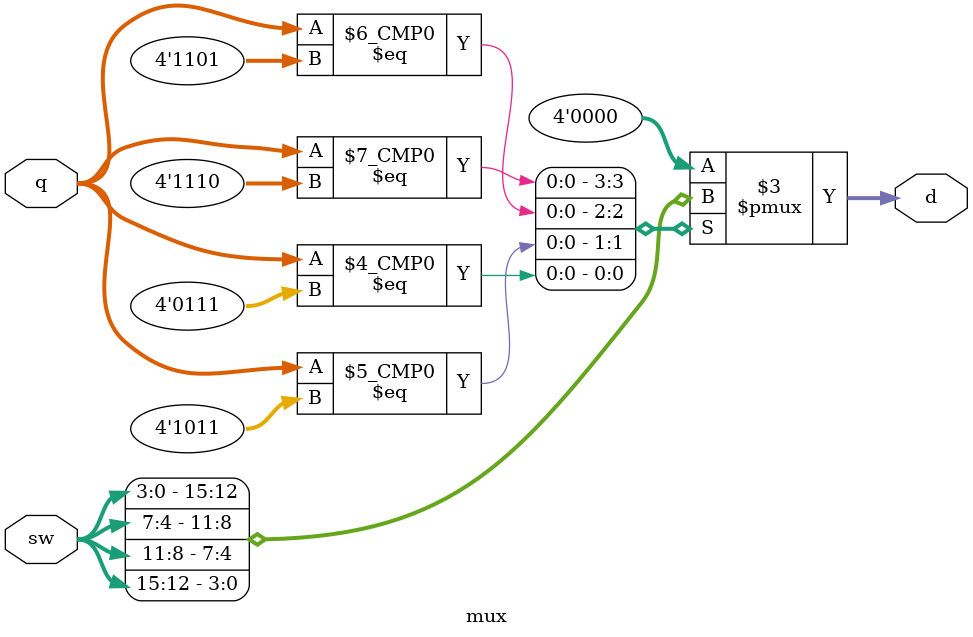
<source format=v>
`timescale 1ns / 1ps


module mux (
    input [3:0] q,
    input [15:0] sw,
    output reg [3:0] d
);
always @(*) begin
    case (q)
        4'b1110: d = sw[3:0]; 
        4'b1101: d = sw[7:4];
        4'b1011: d = sw[11:8];
        4'b0111: d = sw[15:12];
        default: d = 0;
    endcase
end 
endmodule
</source>
